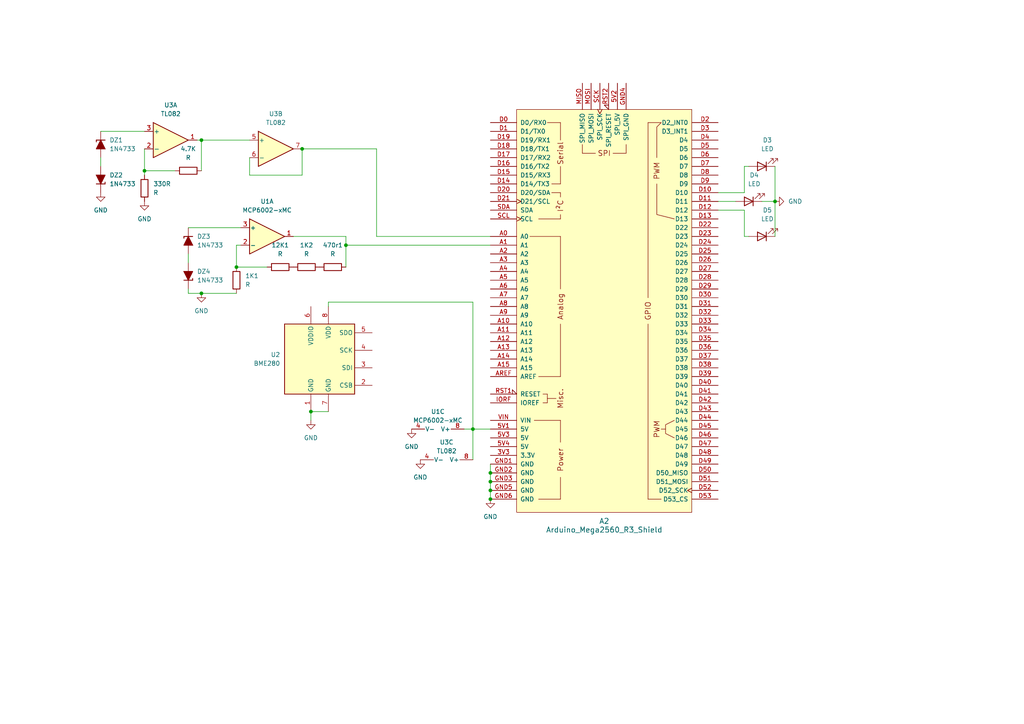
<source format=kicad_sch>
(kicad_sch (version 20230121) (generator eeschema)
  (paper "A4")
  (lib_symbols
    (symbol "Amplifier_Operational:MCP6002-xMC" (pin_names (offset 0.127))
      (property "Reference" "U" (at 0 5.08 0))
      (property "Value" "MCP6002-xMC" (at 0 -5.08 0))
      (symbol "MCP6002-xMC_1_1"
        (polyline (pts (xy -5.08 5.08) (xy 5.08 0) (xy -5.08 -5.08) (xy -5.08 5.08)) (stroke (width 0.254)) (fill (type background)))
        (pin output line (at 7.62 0 180) (length 2.54) (name "~") (number "1"))
        (pin input line (at -7.62 -2.54 0) (length 2.54) (name "-") (number "2"))
        (pin input line (at -7.62 2.54 0) (length 2.54) (name "+") (number "3"))
      )
      (symbol "MCP6002-xMC_2_1"
        (polyline (pts (xy -5.08 5.08) (xy 5.08 0) (xy -5.08 -5.08) (xy -5.08 5.08)) (stroke (width 0.254)) (fill (type background)))
        (pin input line (at -7.62 2.54 0) (length 2.54) (name "+") (number "5"))
        (pin input line (at -7.62 -2.54 0) (length 2.54) (name "-") (number "6"))
        (pin output line (at 7.62 0 180) (length 2.54) (name "~") (number "7"))
      )
      (symbol "MCP6002-xMC_3_1"
        (pin power_in line (at -2.54 -7.62 90) (length 3.81) (name "V-") (number "4"))
        (pin power_in line (at -2.54 7.62 270) (length 3.81) (name "V+") (number "8"))
        (pin passive line (at -2.54 -7.62 90) (length 3.81) hide (name "V-") (number "9"))
      )
    )
    (symbol "Amplifier_Operational:TL082" (pin_names (offset 0.127))
      (property "Reference" "U" (at 0 5.08 0))
      (property "Value" "TL082" (at 0 -5.08 0))
      (symbol "TL082_1_1"
        (polyline (pts (xy -5.08 5.08) (xy 5.08 0) (xy -5.08 -5.08) (xy -5.08 5.08)) (stroke (width 0.254)) (fill (type background)))
        (pin output line (at 7.62 0 180) (length 2.54) (name "~") (number "1"))
        (pin input line (at -7.62 -2.54 0) (length 2.54) (name "-") (number "2"))
        (pin input line (at -7.62 2.54 0) (length 2.54) (name "+") (number "3"))
      )
      (symbol "TL082_2_1"
        (polyline (pts (xy -5.08 5.08) (xy 5.08 0) (xy -5.08 -5.08) (xy -5.08 5.08)) (stroke (width 0.254)) (fill (type background)))
        (pin input line (at -7.62 2.54 0) (length 2.54) (name "+") (number "5"))
        (pin input line (at -7.62 -2.54 0) (length 2.54) (name "-") (number "6"))
        (pin output line (at 7.62 0 180) (length 2.54) (name "~") (number "7"))
      )
      (symbol "TL082_3_1"
        (pin power_in line (at -2.54 -7.62 90) (length 3.81) (name "V-") (number "4"))
        (pin power_in line (at -2.54 7.62 270) (length 3.81) (name "V+") (number "8"))
      )
    )
    (symbol "Device:LED" (pin_numbers hide) (pin_names (offset 1.016) hide)
      (property "Reference" "D" (at 0 2.54 0))
      (property "Value" "LED" (at 0 -2.54 0))
      (symbol "LED_0_1"
        (polyline (pts (xy -1.27 -1.27) (xy -1.27 1.27)) (stroke (width 0.254)))
        (polyline (pts (xy -1.27 0) (xy 1.27 0)))
        (polyline (pts (xy 1.27 -1.27) (xy 1.27 1.27) (xy -1.27 0) (xy 1.27 -1.27)) (stroke (width 0.254)))
        (polyline (pts (xy -3.048 -0.762) (xy -4.572 -2.286) (xy -3.81 -2.286) (xy -4.572 -2.286) (xy -4.572 -1.524)))
        (polyline (pts (xy -1.778 -0.762) (xy -3.302 -2.286) (xy -2.54 -2.286) (xy -3.302 -2.286) (xy -3.302 -1.524)))
      )
      (symbol "LED_1_1"
        (pin passive line (at -3.81 0 0) (length 2.54) (name "K") (number "1"))
        (pin passive line (at 3.81 0 180) (length 2.54) (name "A") (number "2"))
      )
    )
    (symbol "Device:R" (pin_numbers hide) (pin_names (offset 0))
      (property "Reference" "R" (at 2.032 0 90))
      (property "Value" "R" (at 0 0 90))
      (symbol "R_0_1"
        (rectangle (start -1.016 -2.54) (end 1.016 2.54) (stroke (width 0.254)))
      )
      (symbol "R_1_1"
        (pin passive line (at 0 3.81 270) (length 1.27) (name "~") (number "1"))
        (pin passive line (at 0 -3.81 90) (length 1.27) (name "~") (number "2"))
      )
    )
    (symbol "PCM_4ms_Power-symbol:GND" (power) (pin_names (offset 0))
      (property "Value" "GND" (at 0 -3.81 0))
      (symbol "GND_0_1"
        (polyline (pts (xy 0 0) (xy 0 -1.27) (xy 1.27 -1.27) (xy 0 -2.54) (xy -1.27 -1.27) (xy 0 -1.27)))
      )
      (symbol "GND_1_1"
        (pin power_in line (at 0 0 270) (length 0) hide (name "GND") (number "1"))
      )
    )
    (symbol "PCM_Diode_Zener_AKL:1N4733" (pin_numbers hide) (pin_names (offset 1.016) hide)
      (property "Reference" "DZ" (at 0 5.08 0))
      (property "Value" "1N4733" (at 0 2.54 0))
      (symbol "1N4733_0_1"
        (polyline (pts (xy -1.27 0) (xy 1.27 0)))
        (polyline (pts (xy 1.27 1.27) (xy 0.762 1.27)) (stroke (width 0.254)))
        (polyline (pts (xy 1.27 1.27) (xy 1.27 -1.27)) (stroke (width 0.254)))
        (polyline (pts (xy -1.27 -1.27) (xy -1.27 1.27) (xy 1.27 0) (xy -1.27 -1.27)) (stroke (width 0.254)) (fill (type outline)))
      )
      (symbol "1N4733_1_1"
        (pin passive line (at 3.81 0 180) (length 2.54) (name "K") (number "1"))
        (pin passive line (at -3.81 0 0) (length 2.54) (name "A") (number "2"))
      )
    )
    (symbol "PCM_arduino-library:Arduino_Mega2560_R3_Shield" (pin_names (offset 1.016))
      (property "Reference" "A" (at 0 -62.23 0))
      (property "Value" "Arduino_Mega2560_R3_Shield" (at 0 -66.04 0))
      (symbol "Arduino_Mega2560_R3_Shield_0_0"
        (rectangle (start -25.4 -58.42) (end 25.4 58.42) (fill (type background)))
        (rectangle (start -20.32 -31.75) (end -12.7 -31.75))
        (rectangle (start -19.05 -54.61) (end -12.7 -54.61))
        (rectangle (start -19.05 -19.05) (end -12.7 -19.05))
        (rectangle (start -19.05 26.67) (end -12.7 26.67))
        (rectangle (start -17.78 -26.67) (end -16.51 -26.67))
        (rectangle (start -17.78 -24.13) (end -16.51 -24.13))
        (rectangle (start -16.51 -25.4) (end -13.97 -25.4))
        (rectangle (start -16.51 -24.13) (end -16.51 -26.67))
        (rectangle (start -16.51 54.61) (end -12.7 54.61))
        (rectangle (start -15.24 34.29) (end -12.7 34.29))
        (rectangle (start -15.24 36.83) (end -12.7 36.83))
        (rectangle (start -12.7 -54.61) (end -12.7 -48.26))
        (rectangle (start -12.7 -31.75) (end -12.7 -38.1))
        (rectangle (start -12.7 26.67) (end -12.7 27.94))
        (rectangle (start -12.7 34.29) (end -12.7 33.02))
        (rectangle (start -12.7 41.91) (end -12.7 36.83))
        (rectangle (start -12.7 49.53) (end -12.7 54.61))
        (rectangle (start -6.35 48.26) (end -6.35 45.72))
        (rectangle (start -2.54 45.72) (end -6.35 45.72))
        (polyline (pts (xy -21.59 21.59) (xy -12.7 21.59)))
        (polyline (pts (xy -12.7 -19.05) (xy -12.7 -3.81)))
        (polyline (pts (xy -12.7 6.35) (xy -12.7 21.59)))
        (polyline (pts (xy 12.7 -54.61) (xy 16.51 -54.61)))
        (polyline (pts (xy 12.7 54.61) (xy 16.51 54.61)))
        (polyline (pts (xy 17.78 -34.29) (xy 16.51 -34.29)))
        (polyline (pts (xy 15.24 36.83) (xy 15.24 27.94) (xy 20.32 26.67)))
        (polyline (pts (xy 15.24 44.45) (xy 15.24 53.34) (xy 16.51 54.61)))
        (polyline (pts (xy 20.32 -31.75) (xy 17.78 -33.02) (xy 17.78 -35.56) (xy 20.32 -36.83)))
        (rectangle (start 6.35 45.72) (end 2.54 45.72))
        (rectangle (start 6.35 48.26) (end 6.35 45.72))
        (text "Analog" (at -12.7 1.27 900) (effects (font (size 1.524 1.524))))
        (text "I²C" (at -12.7 30.48 900) (effects (font (size 1.524 1.524))))
        (text "Misc." (at -12.7 -25.4 900) (effects (font (size 1.524 1.524))))
        (text "Power" (at -12.7 -43.18 900) (effects (font (size 1.524 1.524))))
        (text "PWM" (at 15.24 -34.29 900) (effects (font (size 1.524 1.524))))
        (text "PWM" (at 15.24 40.64 900) (effects (font (size 1.524 1.524))))
        (text "Serial" (at -12.7 45.72 900) (effects (font (size 1.524 1.524))))
        (text "SPI" (at 0 45.72 0) (effects (font (size 1.524 1.524))))
      )
      (symbol "Arduino_Mega2560_R3_Shield_1_0"
        (rectangle (start 12.7 -54.61) (end 12.7 -3.81))
        (rectangle (start 12.7 54.61) (end 12.7 3.81))
        (text "GPIO" (at 12.7 0 900) (effects (font (size 1.524 1.524))))
      )
      (symbol "Arduino_Mega2560_R3_Shield_1_1"
        (pin power_out line (at -33.02 -41.91 0) (length 7.62) (name "3.3V") (number "3V3"))
        (pin power_in line (at -33.02 -34.29 0) (length 7.62) (name "5V") (number "5V1"))
        (pin power_in line (at 3.81 66.04 270) (length 7.62) (name "SPI_5V") (number "5V2"))
        (pin power_in line (at -33.02 -36.83 0) (length 7.62) (name "5V") (number "5V3"))
        (pin power_in line (at -33.02 -39.37 0) (length 7.62) (name "5V") (number "5V4"))
        (pin bidirectional line (at -33.02 21.59 0) (length 7.62) (name "A0") (number "A0"))
        (pin bidirectional line (at -33.02 19.05 0) (length 7.62) (name "A1") (number "A1"))
        (pin bidirectional line (at -33.02 -3.81 0) (length 7.62) (name "A10") (number "A10"))
        (pin bidirectional line (at -33.02 -6.35 0) (length 7.62) (name "A11") (number "A11"))
        (pin bidirectional line (at -33.02 -8.89 0) (length 7.62) (name "A12") (number "A12"))
        (pin bidirectional line (at -33.02 -11.43 0) (length 7.62) (name "A13") (number "A13"))
        (pin bidirectional line (at -33.02 -13.97 0) (length 7.62) (name "A14") (number "A14"))
        (pin bidirectional line (at -33.02 -16.51 0) (length 7.62) (name "A15") (number "A15"))
        (pin bidirectional line (at -33.02 16.51 0) (length 7.62) (name "A2") (number "A2"))
        (pin bidirectional line (at -33.02 13.97 0) (length 7.62) (name "A3") (number "A3"))
        (pin bidirectional line (at -33.02 11.43 0) (length 7.62) (name "A4") (number "A4"))
        (pin bidirectional line (at -33.02 8.89 0) (length 7.62) (name "A5") (number "A5"))
        (pin bidirectional line (at -33.02 6.35 0) (length 7.62) (name "A6") (number "A6"))
        (pin bidirectional line (at -33.02 3.81 0) (length 7.62) (name "A7") (number "A7"))
        (pin bidirectional line (at -33.02 1.27 0) (length 7.62) (name "A8") (number "A8"))
        (pin bidirectional line (at -33.02 -1.27 0) (length 7.62) (name "A9") (number "A9"))
        (pin input line (at -33.02 -19.05 0) (length 7.62) (name "AREF") (number "AREF"))
        (pin bidirectional line (at -33.02 54.61 0) (length 7.62) (name "D0/RX0") (number "D0"))
        (pin bidirectional line (at -33.02 52.07 0) (length 7.62) (name "D1/TX0") (number "D1"))
        (pin bidirectional line (at 33.02 34.29 180) (length 7.62) (name "D10") (number "D10"))
        (pin bidirectional line (at 33.02 31.75 180) (length 7.62) (name "D11") (number "D11"))
        (pin bidirectional line (at 33.02 29.21 180) (length 7.62) (name "D12") (number "D12"))
        (pin bidirectional line (at 33.02 26.67 180) (length 7.62) (name "D13") (number "D13"))
        (pin bidirectional line (at -33.02 36.83 0) (length 7.62) (name "D14/TX3") (number "D14"))
        (pin bidirectional line (at -33.02 39.37 0) (length 7.62) (name "D15/RX3") (number "D15"))
        (pin bidirectional line (at -33.02 41.91 0) (length 7.62) (name "D16/TX2") (number "D16"))
        (pin bidirectional line (at -33.02 44.45 0) (length 7.62) (name "D17/RX2") (number "D17"))
        (pin bidirectional line (at -33.02 46.99 0) (length 7.62) (name "D18/TX1") (number "D18"))
        (pin bidirectional line (at -33.02 49.53 0) (length 7.62) (name "D19/RX1") (number "D19"))
        (pin bidirectional line (at 33.02 54.61 180) (length 7.62) (name "D2_INT0") (number "D2"))
        (pin bidirectional line (at -33.02 34.29 0) (length 7.62) (name "D20/SDA") (number "D20"))
        (pin bidirectional clock (at -33.02 31.75 0) (length 7.62) (name "D21/SCL") (number "D21"))
        (pin bidirectional line (at 33.02 24.13 180) (length 7.62) (name "D22") (number "D22"))
        (pin bidirectional line (at 33.02 21.59 180) (length 7.62) (name "D23") (number "D23"))
        (pin bidirectional line (at 33.02 19.05 180) (length 7.62) (name "D24") (number "D24"))
        (pin bidirectional line (at 33.02 16.51 180) (length 7.62) (name "D25") (number "D25"))
        (pin bidirectional line (at 33.02 13.97 180) (length 7.62) (name "D26") (number "D26"))
        (pin bidirectional line (at 33.02 11.43 180) (length 7.62) (name "D27") (number "D27"))
        (pin bidirectional line (at 33.02 8.89 180) (length 7.62) (name "D28") (number "D28"))
        (pin bidirectional line (at 33.02 6.35 180) (length 7.62) (name "D29") (number "D29"))
        (pin bidirectional line (at 33.02 52.07 180) (length 7.62) (name "D3_INT1") (number "D3"))
        (pin bidirectional line (at 33.02 3.81 180) (length 7.62) (name "D30") (number "D30"))
        (pin bidirectional line (at 33.02 1.27 180) (length 7.62) (name "D31") (number "D31"))
        (pin bidirectional line (at 33.02 -1.27 180) (length 7.62) (name "D32") (number "D32"))
        (pin bidirectional line (at 33.02 -3.81 180) (length 7.62) (name "D33") (number "D33"))
        (pin bidirectional line (at 33.02 -6.35 180) (length 7.62) (name "D34") (number "D34"))
        (pin bidirectional line (at 33.02 -8.89 180) (length 7.62) (name "D35") (number "D35"))
        (pin bidirectional line (at 33.02 -11.43 180) (length 7.62) (name "D36") (number "D36"))
        (pin bidirectional line (at 33.02 -13.97 180) (length 7.62) (name "D37") (number "D37"))
        (pin bidirectional line (at 33.02 -16.51 180) (length 7.62) (name "D38") (number "D38"))
        (pin bidirectional line (at 33.02 -19.05 180) (length 7.62) (name "D39") (number "D39"))
        (pin bidirectional line (at 33.02 49.53 180) (length 7.62) (name "D4") (number "D4"))
        (pin bidirectional line (at 33.02 -21.59 180) (length 7.62) (name "D40") (number "D40"))
        (pin bidirectional line (at 33.02 -24.13 180) (length 7.62) (name "D41") (number "D41"))
        (pin bidirectional line (at 33.02 -26.67 180) (length 7.62) (name "D42") (number "D42"))
        (pin bidirectional line (at 33.02 -29.21 180) (length 7.62) (name "D43") (number "D43"))
        (pin bidirectional line (at 33.02 -31.75 180) (length 7.62) (name "D44") (number "D44"))
        (pin bidirectional line (at 33.02 -34.29 180) (length 7.62) (name "D45") (number "D45"))
        (pin bidirectional line (at 33.02 -36.83 180) (length 7.62) (name "D46") (number "D46"))
        (pin bidirectional line (at 33.02 -39.37 180) (length 7.62) (name "D47") (number "D47"))
        (pin bidirectional line (at 33.02 -41.91 180) (length 7.62) (name "D48") (number "D48"))
        (pin bidirectional line (at 33.02 -44.45 180) (length 7.62) (name "D49") (number "D49"))
        (pin bidirectional line (at 33.02 46.99 180) (length 7.62) (name "D5") (number "D5"))
        (pin bidirectional line (at 33.02 -46.99 180) (length 7.62) (name "D50_MISO") (number "D50"))
        (pin bidirectional line (at 33.02 -49.53 180) (length 7.62) (name "D51_MOSI") (number "D51"))
        (pin bidirectional clock (at 33.02 -52.07 180) (length 7.62) (name "D52_SCK") (number "D52"))
        (pin bidirectional line (at 33.02 -54.61 180) (length 7.62) (name "D53_CS") (number "D53"))
        (pin bidirectional line (at 33.02 44.45 180) (length 7.62) (name "D6") (number "D6"))
        (pin bidirectional line (at 33.02 41.91 180) (length 7.62) (name "D7") (number "D7"))
        (pin bidirectional line (at 33.02 39.37 180) (length 7.62) (name "D8") (number "D8"))
        (pin bidirectional line (at 33.02 36.83 180) (length 7.62) (name "D9") (number "D9"))
        (pin power_in line (at -33.02 -44.45 0) (length 7.62) (name "GND") (number "GND1"))
        (pin power_in line (at -33.02 -46.99 0) (length 7.62) (name "GND") (number "GND2"))
        (pin power_in line (at -33.02 -49.53 0) (length 7.62) (name "GND") (number "GND3"))
        (pin power_in line (at 6.35 66.04 270) (length 7.62) (name "SPI_GND") (number "GND4"))
        (pin power_in line (at -33.02 -52.07 0) (length 7.62) (name "GND") (number "GND5"))
        (pin power_in line (at -33.02 -54.61 0) (length 7.62) (name "GND") (number "GND6"))
        (pin output line (at -33.02 -26.67 0) (length 7.62) (name "IOREF") (number "IORF"))
        (pin input line (at -6.35 66.04 270) (length 7.62) (name "SPI_MISO") (number "MISO"))
        (pin output line (at -3.81 66.04 270) (length 7.62) (name "SPI_MOSI") (number "MOSI"))
        (pin open_collector input_low (at -33.02 -24.13 0) (length 7.62) (name "RESET") (number "RST1"))
        (pin open_collector input_low (at 1.27 66.04 270) (length 7.62) (name "SPI_RESET") (number "RST2"))
        (pin output clock (at -1.27 66.04 270) (length 7.62) (name "SPI_SCK") (number "SCK"))
        (pin bidirectional clock (at -33.02 26.67 0) (length 7.62) (name "SCL") (number "SCL"))
        (pin bidirectional line (at -33.02 29.21 0) (length 7.62) (name "SDA") (number "SDA"))
        (pin power_in line (at -33.02 -31.75 0) (length 7.62) (name "VIN") (number "VIN"))
      )
    )
    (symbol "Sensor:BME280"
      (property "Reference" "U" (at -8.89 11.43 0))
      (property "Value" "BME280" (at 7.62 11.43 0))
      (symbol "BME280_0_1"
        (rectangle (start -10.16 10.16) (end 10.16 -10.16) (stroke (width 0.254)) (fill (type background)))
      )
      (symbol "BME280_1_1"
        (pin power_in line (at -2.54 -15.24 90) (length 5.08) (name "GND") (number "1"))
        (pin input line (at 15.24 -7.62 180) (length 5.08) (name "CSB") (number "2"))
        (pin bidirectional line (at 15.24 -2.54 180) (length 5.08) (name "SDI") (number "3"))
        (pin input line (at 15.24 2.54 180) (length 5.08) (name "SCK") (number "4"))
        (pin bidirectional line (at 15.24 7.62 180) (length 5.08) (name "SDO") (number "5"))
        (pin power_in line (at -2.54 15.24 270) (length 5.08) (name "VDDIO") (number "6"))
        (pin power_in line (at 2.54 -15.24 90) (length 5.08) (name "GND") (number "7"))
        (pin power_in line (at 2.54 15.24 270) (length 5.08) (name "VDD") (number "8"))
      )
    )
  )
  (junction (at 137.16 124.46))
  (junction (at 90.17 119.38))
  (junction (at 41.91 49.53))
  (junction (at 58.42 85.09))
  (junction (at 142.24 142.24))
  (junction (at 224.79 58.42))
  (junction (at 68.58 77.47))
  (junction (at 100.33 71.12))
  (junction (at 58.42 40.64))
  (junction (at 142.24 139.7))
  (junction (at 142.24 137.16))
  (junction (at 87.63 43.18))
  (junction (at 142.24 144.78))
  (wire (pts (xy 54.61 85.09) (xy 58.42 85.09)))
  (wire (pts (xy 142.24 142.24) (xy 142.24 144.78)))
  (wire (pts (xy 54.61 83.82) (xy 54.61 85.09)))
  (wire (pts (xy 224.79 48.26) (xy 224.79 58.42)))
  (wire (pts (xy 142.24 134.62) (xy 142.24 137.16)))
  (wire (pts (xy 29.21 38.1) (xy 41.91 38.1)))
  (wire (pts (xy 72.39 40.64) (xy 58.42 40.64)))
  (wire (pts (xy 100.33 71.12) (xy 100.33 68.58)))
  (wire (pts (xy 142.24 137.16) (xy 142.24 139.7)))
  (wire (pts (xy 142.24 139.7) (xy 142.24 142.24)))
  (wire (pts (xy 90.17 119.38) (xy 95.25 119.38)))
  (wire (pts (xy 215.9 48.26) (xy 215.9 55.88)))
  (wire (pts (xy 213.36 58.42) (xy 208.28 58.42)))
  (wire (pts (xy 217.17 68.58) (xy 215.9 68.58)))
  (wire (pts (xy 90.17 121.92) (xy 90.17 119.38)))
  (wire (pts (xy 134.62 124.46) (xy 137.16 124.46)))
  (wire (pts (xy 137.16 87.63) (xy 137.16 124.46)))
  (wire (pts (xy 29.21 48.26) (xy 29.21 45.72)))
  (wire (pts (xy 109.22 43.18) (xy 87.63 43.18)))
  (wire (pts (xy 50.8 49.53) (xy 41.91 49.53)))
  (wire (pts (xy 69.85 66.04) (xy 54.61 66.04)))
  (wire (pts (xy 58.42 85.09) (xy 68.58 85.09)))
  (wire (pts (xy 217.17 48.26) (xy 215.9 48.26)))
  (wire (pts (xy 142.24 68.58) (xy 109.22 68.58)))
  (wire (pts (xy 137.16 124.46) (xy 142.24 124.46)))
  (wire (pts (xy 100.33 77.47) (xy 100.33 71.12)))
  (wire (pts (xy 87.63 50.8) (xy 87.63 43.18)))
  (wire (pts (xy 68.58 77.47) (xy 77.47 77.47)))
  (wire (pts (xy 137.16 124.46) (xy 137.16 133.35)))
  (wire (pts (xy 41.91 50.8) (xy 41.91 49.53)))
  (wire (pts (xy 72.39 45.72) (xy 72.39 50.8)))
  (wire (pts (xy 215.9 60.96) (xy 208.28 60.96)))
  (wire (pts (xy 215.9 68.58) (xy 215.9 60.96)))
  (wire (pts (xy 109.22 68.58) (xy 109.22 43.18)))
  (wire (pts (xy 100.33 68.58) (xy 85.09 68.58)))
  (wire (pts (xy 68.58 77.47) (xy 68.58 71.12)))
  (wire (pts (xy 68.58 71.12) (xy 69.85 71.12)))
  (wire (pts (xy 41.91 49.53) (xy 41.91 43.18)))
  (wire (pts (xy 72.39 50.8) (xy 87.63 50.8)))
  (wire (pts (xy 220.98 58.42) (xy 224.79 58.42)))
  (wire (pts (xy 224.79 58.42) (xy 224.79 68.58)))
  (wire (pts (xy 215.9 55.88) (xy 208.28 55.88)))
  (wire (pts (xy 54.61 76.2) (xy 54.61 73.66)))
  (wire (pts (xy 58.42 40.64) (xy 57.15 40.64)))
  (wire (pts (xy 95.25 87.63) (xy 95.25 88.9)))
  (wire (pts (xy 137.16 87.63) (xy 95.25 87.63)))
  (wire (pts (xy 100.33 71.12) (xy 142.24 71.12)))
  (wire (pts (xy 58.42 40.64) (xy 58.42 49.53)))
  (symbol (lib_id "Device:R") (at 88.9 77.47 90) (unit 1)
    (property "Reference" "1K2" (at 88.9 71.12 90))
    (property "Value" "R" (at 88.9 73.66 90))
    (property "Footprint" "Resistor_THT:R_Axial_DIN0204_L3.6mm_D1.6mm_P7.62mm_Horizontal" (effects hide))
  )
  (symbol (lib_id "Device:LED") (at 217.17 58.42 180) (unit 1)
    (property "Reference" "D4" (at 218.7575 50.8 0))
    (property "Value" "LED" (at 218.7575 53.34 0))
    (property "Footprint" "LED_THT:LED_D3.0mm_Clear" (effects hide))
  )
  (symbol (lib_id "Device:R") (at 68.58 81.28 0) (unit 1)
    (property "Reference" "1K1" (at 71.12 80.01 0) (effects (justify left)))
    (property "Value" "R" (at 71.12 82.55 0) (effects (justify left)))
    (property "Footprint" "Resistor_THT:R_Axial_DIN0204_L3.6mm_D1.6mm_P7.62mm_Horizontal" (effects hide))
  )
  (symbol (lib_id "Device:R") (at 41.91 54.61 0) (unit 1)
    (property "Reference" "330R" (at 44.45 53.34 0) (effects (justify left)))
    (property "Value" "R" (at 44.45 55.88 0) (effects (justify left)))
    (property "Footprint" "Resistor_THT:R_Axial_DIN0204_L3.6mm_D1.6mm_P7.62mm_Horizontal" (effects hide))
  )
  (symbol (lib_id "PCM_Diode_Zener_AKL:1N4733") (at 54.61 69.85 90) (unit 1)
    (property "Reference" "DZ3" (at 57.15 68.58 90) (effects (justify right)))
    (property "Value" "1N4733" (at 57.15 71.12 90) (effects (justify right)))
    (property "Footprint" "Diode_THT_AKL:D_DO-41_SOD81_P7.62mm_Horizontal_Zener" (effects hide))
    (property "Datasheet" "https://www.tme.eu/Document/0ec771a1264cb7f2aef89c89242989dc/1N47xxA.PDF" (effects hide))
  )
  (symbol (lib_id "PCM_4ms_Power-symbol:GND") (at 41.91 58.42 0) (unit 1)
    (property "Reference" "#PWR06" (effects hide))
    (property "Value" "GND" (at 41.91 63.5 0))
  )
  (symbol (lib_id "Amplifier_Operational:TL082") (at 80.01 43.18 0) (unit 2)
    (property "Reference" "U3" (at 80.01 33.02 0))
    (property "Value" "TL082" (at 80.01 35.56 0))
    (property "Footprint" "Package_DIP:DIP-8_W7.62mm" (effects hide))
    (property "Datasheet" "http://www.ti.com/lit/ds/symlink/tl081.pdf" (effects hide))
  )
  (symbol (lib_id "PCM_4ms_Power-symbol:GND") (at 121.92 133.35 0) (unit 1)
    (property "Reference" "#PWR08" (effects hide))
    (property "Value" "GND" (at 121.92 138.43 0))
  )
  (symbol (lib_id "Device:R") (at 54.61 49.53 90) (unit 1)
    (property "Reference" "4.7K" (at 54.61 43.18 90))
    (property "Value" "R" (at 54.61 45.72 90))
    (property "Footprint" "Resistor_THT:R_Axial_DIN0204_L3.6mm_D1.6mm_P7.62mm_Horizontal" (effects hide))
  )
  (symbol (lib_id "PCM_Diode_Zener_AKL:1N4733") (at 54.61 80.01 270) (unit 1)
    (property "Reference" "DZ4" (at 57.15 78.74 90) (effects (justify left)))
    (property "Value" "1N4733" (at 57.15 81.28 90) (effects (justify left)))
    (property "Footprint" "Diode_THT_AKL:D_DO-41_SOD81_P7.62mm_Horizontal_Zener" (effects hide))
    (property "Datasheet" "https://www.tme.eu/Document/0ec771a1264cb7f2aef89c89242989dc/1N47xxA.PDF" (effects hide))
  )
  (symbol (lib_id "Amplifier_Operational:TL082") (at 49.53 40.64 0) (unit 1)
    (property "Reference" "U3" (at 49.53 30.48 0))
    (property "Value" "TL082" (at 49.53 33.02 0))
    (property "Footprint" "Package_DIP:DIP-8_W7.62mm" (effects hide))
    (property "Datasheet" "http://www.ti.com/lit/ds/symlink/tl081.pdf" (effects hide))
  )
  (symbol (lib_id "Device:R") (at 96.52 77.47 90) (unit 1)
    (property "Reference" "470r1" (at 96.52 71.12 90))
    (property "Value" "R" (at 96.52 73.66 90))
    (property "Footprint" "Resistor_THT:R_Axial_DIN0204_L3.6mm_D1.6mm_P7.62mm_Horizontal" (effects hide))
  )
  (symbol (lib_id "PCM_arduino-library:Arduino_Mega2560_R3_Shield") (at 175.26 90.17 0) (unit 1)
    (property "Reference" "A2" (at 175.26 151.13 0) (effects (font (size 1.524 1.524))))
    (property "Value" "Arduino_Mega2560_R3_Shield" (at 175.26 153.67 0) (effects (font (size 1.524 1.524))))
    (property "Footprint" "PCM_arduino-library:Arduino_Mega2560_R3_Shield" (effects hide))
    (property "Datasheet" "https://docs.arduino.cc/hardware/mega-2560" (effects hide))
  )
  (symbol (lib_id "PCM_4ms_Power-symbol:GND") (at 58.42 85.09 0) (unit 1)
    (property "Reference" "#PWR04" (effects hide))
    (property "Value" "GND" (at 58.42 90.17 0))
  )
  (symbol (lib_id "PCM_Diode_Zener_AKL:1N4733") (at 29.21 41.91 90) (unit 1)
    (property "Reference" "DZ1" (at 31.75 40.64 90) (effects (justify right)))
    (property "Value" "1N4733" (at 31.75 43.18 90) (effects (justify right)))
    (property "Footprint" "Diode_THT_AKL:D_DO-41_SOD81_P7.62mm_Horizontal_Zener" (effects hide))
    (property "Datasheet" "https://www.tme.eu/Document/0ec771a1264cb7f2aef89c89242989dc/1N47xxA.PDF" (effects hide))
  )
  (symbol (lib_id "Device:R") (at 81.28 77.47 90) (unit 1)
    (property "Reference" "12K1" (at 81.28 71.12 90))
    (property "Value" "R" (at 81.28 73.66 90))
    (property "Footprint" "Resistor_THT:R_Axial_DIN0204_L3.6mm_D1.6mm_P7.62mm_Horizontal" (effects hide))
  )
  (symbol (lib_id "PCM_4ms_Power-symbol:GND") (at 119.38 124.46 0) (unit 1)
    (property "Reference" "#PWR01" (effects hide))
    (property "Value" "GND" (at 119.38 129.54 0))
  )
  (symbol (lib_id "Amplifier_Operational:TL082") (at 129.54 135.89 270) (unit 3)
    (property "Reference" "U3" (at 129.54 128.27 90))
    (property "Value" "TL082" (at 129.54 130.81 90))
    (property "Footprint" "Package_DIP:DIP-8_W7.62mm" (effects hide))
    (property "Datasheet" "http://www.ti.com/lit/ds/symlink/tl081.pdf" (effects hide))
  )
  (symbol (lib_id "PCM_4ms_Power-symbol:GND") (at 142.24 144.78 0) (unit 1)
    (property "Reference" "#PWR02" (effects hide))
    (property "Value" "GND" (at 142.24 149.86 0))
  )
  (symbol (lib_id "PCM_Diode_Zener_AKL:1N4733") (at 29.21 52.07 270) (unit 1)
    (property "Reference" "DZ2" (at 31.75 50.8 90) (effects (justify left)))
    (property "Value" "1N4733" (at 31.75 53.34 90) (effects (justify left)))
    (property "Footprint" "Diode_THT_AKL:D_DO-41_SOD81_P7.62mm_Horizontal_Zener" (effects hide))
    (property "Datasheet" "https://www.tme.eu/Document/0ec771a1264cb7f2aef89c89242989dc/1N47xxA.PDF" (effects hide))
  )
  (symbol (lib_id "Amplifier_Operational:MCP6002-xMC") (at 127 127 270) (unit 3)
    (property "Reference" "U1" (at 127 119.38 90))
    (property "Value" "MCP6002-xMC" (at 127 121.92 90))
    (property "Footprint" "Package_DIP:DIP-8_W7.62mm" (effects hide))
    (property "Datasheet" "http://ww1.microchip.com/downloads/en/DeviceDoc/21733j.pdf" (effects hide))
  )
  (symbol (lib_id "Device:LED") (at 220.98 48.26 180) (unit 1)
    (property "Reference" "D3" (at 222.5675 40.64 0))
    (property "Value" "LED" (at 222.5675 43.18 0))
    (property "Footprint" "LED_THT:LED_D3.0mm_Clear" (effects hide))
  )
  (symbol (lib_id "Device:LED") (at 220.98 68.58 180) (unit 1)
    (property "Reference" "D5" (at 222.5675 60.96 0))
    (property "Value" "LED" (at 222.5675 63.5 0))
    (property "Footprint" "LED_THT:LED_D3.0mm_Clear" (effects hide))
  )
  (symbol (lib_id "Sensor:BME280") (at 92.71 104.14 0) (unit 1)
    (property "Reference" "U2" (at 81.28 102.87 0) (effects (justify right)))
    (property "Value" "BME280" (at 81.28 105.41 0) (effects (justify right)))
    (property "Footprint" "Package_LGA:Bosch_LGA-8_2.5x2.5mm_P0.65mm_ClockwisePinNumbering" (effects hide))
    (property "Datasheet" "https://www.bosch-sensortec.com/media/boschsensortec/downloads/datasheets/bst-bme280-ds002.pdf" (effects hide))
  )
  (symbol (lib_id "PCM_4ms_Power-symbol:GND") (at 224.79 58.42 90) (unit 1)
    (property "Reference" "#PWR05" (effects hide))
    (property "Value" "GND" (at 228.6 58.42 90) (effects (justify right)))
  )
  (symbol (lib_id "PCM_4ms_Power-symbol:GND") (at 29.21 55.88 0) (unit 1)
    (property "Reference" "#PWR07" (effects hide))
    (property "Value" "GND" (at 29.21 60.96 0))
  )
  (symbol (lib_id "Amplifier_Operational:MCP6002-xMC") (at 77.47 68.58 0) (unit 1)
    (property "Reference" "U1" (at 77.47 58.42 0))
    (property "Value" "MCP6002-xMC" (at 77.47 60.96 0))
    (property "Footprint" "Package_DIP:DIP-8_W7.62mm" (effects hide))
    (property "Datasheet" "http://ww1.microchip.com/downloads/en/DeviceDoc/21733j.pdf" (effects hide))
  )
  (symbol (lib_id "PCM_4ms_Power-symbol:GND") (at 90.17 121.92 0) (unit 1)
    (property "Reference" "#PWR03" (effects hide))
    (property "Value" "GND" (at 90.17 127 0))
  )
)
</source>
